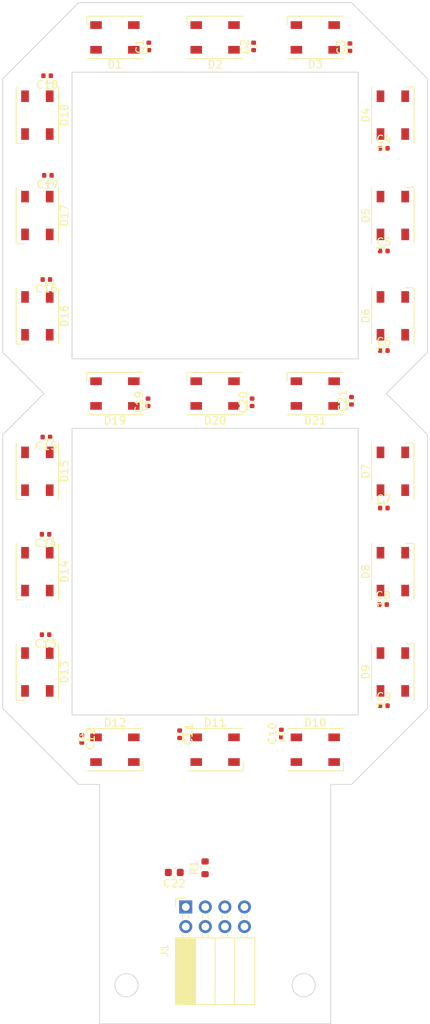
<source format=kicad_pcb>
(kicad_pcb (version 20211014) (generator pcbnew)
  (layers (0 "F.Cu" signal) (31 "B.Cu" signal) (34 "B.Paste" user) (35 "F.Paste" user) (36 "B.SilkS" user "B.Silkscreen") (37 "F.SilkS" user "F.Silkscreen") (38 "B.Mask" user) (39 "F.Mask" user) (44 "Edge.Cuts" user))
  (net 0 "")
  (net 1 "Net-(D1-Pad2)")
  (net 2 "Net-(D19-Pad2)")
  (net 3 "Net-(D2-Pad2)")
  (net 4 "Net-(D20-Pad2)")
  (net 5 "Net-(D3-Pad2)")
  (net 6 "Net-(D4-Pad2)")
  (net 7 "Net-(D5-Pad2)")
  (net 8 "Net-(D6-Pad2)")
  (net 9 "Net-(D10-Pad4)")
  (net 10 "Net-(D10-Pad2)")
  (net 11 "Net-(D11-Pad2)")
  (net 12 "Net-(D12-Pad2)")
  (net 13 "Net-(D13-Pad2)")
  (net 14 "Net-(D14-Pad2)")
  (net 15 "Net-(D15-Pad2)")
  (net 16 "Net-(D16-Pad2)")
  (net 17 "Net-(D17-Pad2)")
  (net 18 "Net-(D18-Pad2)")
  (net 19 "Net-(J1-Pad3)")
  (net 20 "Net-(C22-Pad2)")
  (net 21 "Net-(C22-Pad1)")
  (net 22 "Net-(D1-Pad4)")
  (net 23 "Net-(D7-Pad2)")
  (net 24 "Net-(D8-Pad2)")
  (net 25 "Net-(J1-Pad5)")
  (footprint "LED_SMD:LED_WS2812B_PLCC4_5.0x5.0mm_P3.2mm" (layer "F.Cu") (at -23.065685 -23.065686 -90)
    (fp_text reference "D17" (at 0 -3.5 90) (layer "F.SilkS"))
    (fp_text value "WS2812E")
    (fp_text user "1" (at -4.15 -1.6 90) (layer "F.SilkS"))
    (fp_line (start -3.65 -2.75) (end 3.65 -2.75) (layer "F.SilkS") (width 0.12))
    (fp_line (start 3.65 2.75) (end 3.65 1.6) (layer "F.SilkS") (width 0.12))
    (fp_line (start -3.65 2.75) (end 3.65 2.75) (layer "F.SilkS") (width 0.12))
    (pad "1" smd rect locked (at -2.45 -1.6 270) (size 1.5 1) (layers "F.Cu" "F.Paste" "F.Mask") (net 21 "Net-(C22-Pad1)"))
    (pad "2" smd rect locked (at -2.45 1.6 270) (size 1.5 1) (layers "F.Cu" "F.Paste" "F.Mask") (net 17 "Net-(D17-Pad2)"))
    (pad "3" smd rect locked (at 2.45 1.6 270) (size 1.5 1) (layers "F.Cu" "F.Paste" "F.Mask") (net 20 "Net-(C22-Pad2)"))
    (pad "4" smd rect locked (at 2.45 -1.6 270) (size 1.5 1) (layers "F.Cu" "F.Paste" "F.Mask") (net 16 "Net-(D16-Pad2)"))
  )
  (footprint "LED_SMD:LED_WS2812B_PLCC4_5.0x5.0mm_P3.2mm" (layer "F.Cu") (at 23.065685 23.065685 90)
    (fp_text reference "D8" (at 0 -3.5 90) (layer "F.SilkS"))
    (fp_text value "WS2812E")
    (fp_text user "1" (at -4.15 -1.6 90) (layer "F.SilkS"))
    (fp_line (start 3.65 2.75) (end 3.65 1.6) (layer "F.SilkS") (width 0.12))
    (fp_line (start -3.65 2.75) (end 3.65 2.75) (layer "F.SilkS") (width 0.12))
    (fp_line (start -3.65 -2.75) (end 3.65 -2.75) (layer "F.SilkS") (width 0.12))
    (pad "1" smd rect locked (at -2.45 -1.6 90) (size 1.5 1) (layers "F.Cu" "F.Paste" "F.Mask") (net 21 "Net-(C22-Pad1)"))
    (pad "2" smd rect locked (at -2.45 1.6 90) (size 1.5 1) (layers "F.Cu" "F.Paste" "F.Mask") (net 24 "Net-(D8-Pad2)"))
    (pad "3" smd rect locked (at 2.45 1.6 90) (size 1.5 1) (layers "F.Cu" "F.Paste" "F.Mask") (net 20 "Net-(C22-Pad2)"))
    (pad "4" smd rect locked (at 2.45 -1.6 90) (size 1.5 1) (layers "F.Cu" "F.Paste" "F.Mask") (net 23 "Net-(D7-Pad2)"))
  )
  (footprint "LED_SMD:LED_WS2812B_PLCC4_5.0x5.0mm_P3.2mm" (layer "F.Cu") (at 13 -46.131371 180)
    (fp_text reference "D3" (at 0 -3.5) (layer "F.SilkS"))
    (fp_text value "WS2812E")
    (fp_text user "1" (at -4.15 -1.6) (layer "F.SilkS"))
    (fp_line (start -3.65 -2.75) (end 3.65 -2.75) (layer "F.SilkS") (width 0.12))
    (fp_line (start -3.65 2.75) (end 3.65 2.75) (layer "F.SilkS") (width 0.12))
    (fp_line (start 3.65 2.75) (end 3.65 1.6) (layer "F.SilkS") (width 0.12))
    (pad "1" smd rect locked (at -2.45 -1.6 180) (size 1.5 1) (layers "F.Cu" "F.Paste" "F.Mask") (net 21 "Net-(C22-Pad1)"))
    (pad "2" smd rect locked (at -2.45 1.6 180) (size 1.5 1) (layers "F.Cu" "F.Paste" "F.Mask") (net 5 "Net-(D3-Pad2)"))
    (pad "3" smd rect locked (at 2.45 1.6 180) (size 1.5 1) (layers "F.Cu" "F.Paste" "F.Mask") (net 20 "Net-(C22-Pad2)"))
    (pad "4" smd rect locked (at 2.45 -1.6 180) (size 1.5 1) (layers "F.Cu" "F.Paste" "F.Mask") (net 3 "Net-(D2-Pad2)"))
  )
  (footprint "Capacitor_SMD:C_0402_1005Metric" (layer "F.Cu") (at -8.7 1.131371 90)
    (fp_text reference "C19" (at 0 -1.16 90) (layer "F.SilkS"))
    (fp_text value "100nF")
    (fp_line (start -0.107836 0.36) (end 0.107836 0.36) (layer "F.SilkS") (width 0.12))
    (fp_line (start -0.107836 -0.36) (end 0.107836 -0.36) (layer "F.SilkS") (width 0.12))
    (pad "1" smd roundrect locked (at -0.48 0 90) (size 0.56 0.62) (layers "F.Cu" "F.Paste" "F.Mask") (net 21 "Net-(C22-Pad1)"))
    (pad "2" smd roundrect locked (at 0.48 0 90) (size 0.56 0.62) (layers "F.Cu" "F.Paste" "F.Mask") (net 20 "Net-(C22-Pad2)"))
  )
  (footprint "Capacitor_SMD:C_0402_1005Metric" (layer "F.Cu") (at 5 -44.968629 90)
    (fp_text reference "C2" (at 0 -1.16 90) (layer "F.SilkS"))
    (fp_text value "100nF")
    (fp_line (start -0.107836 0.36) (end 0.107836 0.36) (layer "F.SilkS") (width 0.12))
    (fp_line (start -0.107836 -0.36) (end 0.107836 -0.36) (layer "F.SilkS") (width 0.12))
    (pad "1" smd roundrect locked (at -0.48 0 90) (size 0.56 0.62) (layers "F.Cu" "F.Paste" "F.Mask") (net 21 "Net-(C22-Pad1)"))
    (pad "2" smd roundrect locked (at 0.48 0 90) (size 0.56 0.62) (layers "F.Cu" "F.Paste" "F.Mask") (net 20 "Net-(C22-Pad2)"))
  )
  (footprint "Capacitor_SMD:C_0402_1005Metric" (layer "F.Cu") (at -21.8 -41.168629 180)
    (fp_text reference "C18" (at 0 -1.16) (layer "F.SilkS"))
    (fp_text value "100nF")
    (fp_line (start -0.107836 0.36) (end 0.107836 0.36) (layer "F.SilkS") (width 0.12))
    (fp_line (start -0.107836 -0.36) (end 0.107836 -0.36) (layer "F.SilkS") (width 0.12))
    (pad "1" smd roundrect locked (at -0.48 0 180) (size 0.56 0.62) (layers "F.Cu" "F.Paste" "F.Mask") (net 21 "Net-(C22-Pad1)"))
    (pad "2" smd roundrect locked (at 0.48 0 180) (size 0.56 0.62) (layers "F.Cu" "F.Paste" "F.Mask") (net 20 "Net-(C22-Pad2)"))
  )
  (footprint "LED_SMD:LED_WS2812B_PLCC4_5.0x5.0mm_P3.2mm" (layer "F.Cu") (at -13 -46.131371 180)
    (fp_text reference "D1" (at 0 -3.5) (layer "F.SilkS"))
    (fp_text value "WS2812E")
    (fp_text user "1" (at -4.15 -1.6) (layer "F.SilkS"))
    (fp_line (start -3.65 -2.75) (end 3.65 -2.75) (layer "F.SilkS") (width 0.12))
    (fp_line (start 3.65 2.75) (end 3.65 1.6) (layer "F.SilkS") (width 0.12))
    (fp_line (start -3.65 2.75) (end 3.65 2.75) (layer "F.SilkS") (width 0.12))
    (pad "1" smd rect locked (at -2.45 -1.6 180) (size 1.5 1) (layers "F.Cu" "F.Paste" "F.Mask") (net 21 "Net-(C22-Pad1)"))
    (pad "2" smd rect locked (at -2.45 1.6 180) (size 1.5 1) (layers "F.Cu" "F.Paste" "F.Mask") (net 1 "Net-(D1-Pad2)"))
    (pad "3" smd rect locked (at 2.45 1.6 180) (size 1.5 1) (layers "F.Cu" "F.Paste" "F.Mask") (net 20 "Net-(C22-Pad2)"))
    (pad "4" smd rect locked (at 2.45 -1.6 180) (size 1.5 1) (layers "F.Cu" "F.Paste" "F.Mask") (net 22 "Net-(D1-Pad4)"))
  )
  (footprint "LED_SMD:LED_WS2812B_PLCC4_5.0x5.0mm_P3.2mm" (layer "F.Cu") (at -23.065685 -10.065686 -90)
    (fp_text reference "D16" (at 0 -3.5 90) (layer "F.SilkS"))
    (fp_text value "WS2812E")
    (fp_text user "1" (at -4.15 -1.6 90) (layer "F.SilkS"))
    (fp_line (start -3.65 2.75) (end 3.65 2.75) (layer "F.SilkS") (width 0.12))
    (fp_line (start 3.65 2.75) (end 3.65 1.6) (layer "F.SilkS") (width 0.12))
    (fp_line (start -3.65 -2.75) (end 3.65 -2.75) (layer "F.SilkS") (width 0.12))
    (pad "1" smd rect locked (at -2.45 -1.6 270) (size 1.5 1) (layers "F.Cu" "F.Paste" "F.Mask") (net 21 "Net-(C22-Pad1)"))
    (pad "2" smd rect locked (at -2.45 1.6 270) (size 1.5 1) (layers "F.Cu" "F.Paste" "F.Mask") (net 16 "Net-(D16-Pad2)"))
    (pad "3" smd rect locked (at 2.45 1.6 270) (size 1.5 1) (layers "F.Cu" "F.Paste" "F.Mask") (net 20 "Net-(C22-Pad2)"))
    (pad "4" smd rect locked (at 2.45 -1.6 270) (size 1.5 1) (layers "F.Cu" "F.Paste" "F.Mask") (net 15 "Net-(D15-Pad2)"))
  )
  (footprint "LED_SMD:LED_WS2812B_PLCC4_5.0x5.0mm_P3.2mm" (layer "F.Cu") (at 13 46.131371)
    (fp_text reference "D10" (at 0 -3.5) (layer "F.SilkS"))
    (fp_text value "WS2812E")
    (fp_text user "1" (at -4.15 -1.6) (layer "F.SilkS"))
    (fp_line (start -3.65 -2.75) (end 3.65 -2.75) (layer "F.SilkS") (width 0.12))
    (fp_line (start -3.65 2.75) (end 3.65 2.75) (layer "F.SilkS") (width 0.12))
    (fp_line (start 3.65 2.75) (end 3.65 1.6) (layer "F.SilkS") (width 0.12))
    (pad "1" smd rect locked (at -2.45 -1.6) (size 1.5 1) (layers "F.Cu" "F.Paste" "F.Mask") (net 21 "Net-(C22-Pad1)"))
    (pad "2" smd rect locked (at -2.45 1.6) (size 1.5 1) (layers "F.Cu" "F.Paste" "F.Mask") (net 10 "Net-(D10-Pad2)"))
    (pad "3" smd rect locked (at 2.45 1.6) (size 1.5 1) (layers "F.Cu" "F.Paste" "F.Mask") (net 20 "Net-(C22-Pad2)"))
    (pad "4" smd rect locked (at 2.45 -1.6) (size 1.5 1) (layers "F.Cu" "F.Paste" "F.Mask") (net 9 "Net-(D10-Pad4)"))
  )
  (footprint "Capacitor_SMD:C_0402_1005Metric" (layer "F.Cu") (at -17.3 44.731371 -90)
    (fp_text reference "C12" (at 0 -1.16 90) (layer "F.SilkS"))
    (fp_text value "100nF")
    (fp_line (start -0.107836 0.36) (end 0.107836 0.36) (layer "F.SilkS") (width 0.12))
    (fp_line (start -0.107836 -0.36) (end 0.107836 -0.36) (layer "F.SilkS") (width 0.12))
    (pad "1" smd roundrect locked (at -0.48 0 270) (size 0.56 0.62) (layers "F.Cu" "F.Paste" "F.Mask") (net 21 "Net-(C22-Pad1)"))
    (pad "2" smd roundrect locked (at 0.48 0 270) (size 0.56 0.62) (layers "F.Cu" "F.Paste" "F.Mask") (net 20 "Net-(C22-Pad2)"))
  )
  (footprint "Capacitor_SMD:C_0402_1005Metric" (layer "F.Cu") (at 17.5 -44.868629 90)
    (fp_text reference "C3" (at 0 -1.16 90) (layer "F.SilkS"))
    (fp_text value "100nF")
    (fp_line (start -0.107836 -0.36) (end 0.107836 -0.36) (layer "F.SilkS") (width 0.12))
    (fp_line (start -0.107836 0.36) (end 0.107836 0.36) (layer "F.SilkS") (width 0.12))
    (pad "1" smd roundrect locked (at -0.48 0 90) (size 0.56 0.62) (layers "F.Cu" "F.Paste" "F.Mask") (net 21 "Net-(C22-Pad1)"))
    (pad "2" smd roundrect locked (at 0.48 0 90) (size 0.56 0.62) (layers "F.Cu" "F.Paste" "F.Mask") (net 20 "Net-(C22-Pad2)"))
  )
  (footprint "Capacitor_SMD:C_0402_1005Metric" (layer "F.Cu") (at -8.6 -44.968629 90)
    (fp_text reference "C1" (at 0 -1.16 90) (layer "F.SilkS"))
    (fp_text value "100nF")
    (fp_line (start -0.107836 -0.36) (end 0.107836 -0.36) (layer "F.SilkS") (width 0.12))
    (fp_line (start -0.107836 0.36) (end 0.107836 0.36) (layer "F.SilkS") (width 0.12))
    (pad "1" smd roundrect locked (at -0.48 0 90) (size 0.56 0.62) (layers "F.Cu" "F.Paste" "F.Mask") (net 21 "Net-(C22-Pad1)"))
    (pad "2" smd roundrect locked (at 0.48 0 90) (size 0.56 0.62) (layers "F.Cu" "F.Paste" "F.Mask") (net 20 "Net-(C22-Pad2)"))
  )
  (footprint "Capacitor_SMD:C_0402_1005Metric" (layer "F.Cu") (at -21.9 5.631371 180)
    (fp_text reference "C15" (at 0 -1.16) (layer "F.SilkS"))
    (fp_text value "100nF")
    (fp_line (start -0.107836 -0.36) (end 0.107836 -0.36) (layer "F.SilkS") (width 0.12))
    (fp_line (start -0.107836 0.36) (end 0.107836 0.36) (layer "F.SilkS") (width 0.12))
    (pad "1" smd roundrect locked (at -0.48 0 180) (size 0.56 0.62) (layers "F.Cu" "F.Paste" "F.Mask") (net 21 "Net-(C22-Pad1)"))
    (pad "2" smd roundrect locked (at 0.48 0 180) (size 0.56 0.62) (layers "F.Cu" "F.Paste" "F.Mask") (net 20 "Net-(C22-Pad2)"))
  )
  (footprint "LED_SMD:LED_WS2812B_PLCC4_5.0x5.0mm_P3.2mm" (layer "F.Cu") (at 0 -46.131371 180)
    (fp_text reference "D2" (at 0 -3.5) (layer "F.SilkS"))
    (fp_text value "WS2812E")
    (fp_text user "1" (at -4.15 -1.6) (layer "F.SilkS"))
    (fp_line (start -3.65 2.75) (end 3.65 2.75) (layer "F.SilkS") (width 0.12))
    (fp_line (start -3.65 -2.75) (end 3.65 -2.75) (layer "F.SilkS") (width 0.12))
    (fp_line (start 3.65 2.75) (end 3.65 1.6) (layer "F.SilkS") (width 0.12))
    (pad "1" smd rect locked (at -2.45 -1.6 180) (size 1.5 1) (layers "F.Cu" "F.Paste" "F.Mask") (net 21 "Net-(C22-Pad1)"))
    (pad "2" smd rect locked (at -2.45 1.6 180) (size 1.5 1) (layers "F.Cu" "F.Paste" "F.Mask") (net 3 "Net-(D2-Pad2)"))
    (pad "3" smd rect locked (at 2.45 1.6 180) (size 1.5 1) (layers "F.Cu" "F.Paste" "F.Mask") (net 20 "Net-(C22-Pad2)"))
    (pad "4" smd rect locked (at 2.45 -1.6 180) (size 1.5 1) (layers "F.Cu" "F.Paste" "F.Mask") (net 1 "Net-(D1-Pad2)"))
  )
  (footprint "LED_SMD:LED_WS2812B_PLCC4_5.0x5.0mm_P3.2mm" (layer "F.Cu") (at -13 46.131371)
    (fp_text reference "D12" (at 0 -3.5) (layer "F.SilkS"))
    (fp_text value "WS2812E")
    (fp_text user "1" (at -4.15 -1.6) (layer "F.SilkS"))
    (fp_line (start 3.65 2.75) (end 3.65 1.6) (layer "F.SilkS") (width 0.12))
    (fp_line (start -3.65 2.75) (end 3.65 2.75) (layer "F.SilkS") (width 0.12))
    (fp_line (start -3.65 -2.75) (end 3.65 -2.75) (layer "F.SilkS") (width 0.12))
    (pad "1" smd rect locked (at -2.45 -1.6) (size 1.5 1) (layers "F.Cu" "F.Paste" "F.Mask") (net 21 "Net-(C22-Pad1)"))
    (pad "2" smd rect locked (at -2.45 1.6) (size 1.5 1) (layers "F.Cu" "F.Paste" "F.Mask") (net 12 "Net-(D12-Pad2)"))
    (pad "3" smd rect locked (at 2.45 1.6) (size 1.5 1) (layers "F.Cu" "F.Paste" "F.Mask") (net 20 "Net-(C22-Pad2)"))
    (pad "4" smd rect locked (at 2.45 -1.6) (size 1.5 1) (layers "F.Cu" "F.Paste" "F.Mask") (net 11 "Net-(D11-Pad2)"))
  )
  (footprint "Capacitor_SMD:C_0402_1005Metric" (layer "F.Cu") (at 17.7 0.931371 90)
    (fp_text reference "C21" (at 0 -1.16 90) (layer "F.SilkS"))
    (fp_text value "100nF")
    (fp_line (start -0.107836 0.36) (end 0.107836 0.36) (layer "F.SilkS") (width 0.12))
    (fp_line (start -0.107836 -0.36) (end 0.107836 -0.36) (layer "F.SilkS") (width 0.12))
    (pad "1" smd roundrect locked (at -0.48 0 90) (size 0.56 0.62) (layers "F.Cu" "F.Paste" "F.Mask") (net 21 "Net-(C22-Pad1)"))
    (pad "2" smd roundrect locked (at 0.48 0 90) (size 0.56 0.62) (layers "F.Cu" "F.Paste" "F.Mask") (net 20 "Net-(C22-Pad2)"))
  )
  (footprint "LED_SMD:LED_WS2812B_PLCC4_5.0x5.0mm_P3.2mm" (layer "F.Cu") (at -23.065685 -36.065686 -90)
    (fp_text reference "D18" (at 0 -3.5 90) (layer "F.SilkS"))
    (fp_text value "WS2812E")
    (fp_text user "1" (at -4.15 -1.6 90) (layer "F.SilkS"))
    (fp_line (start -3.65 -2.75) (end 3.65 -2.75) (layer "F.SilkS") (width 0.12))
    (fp_line (start 3.65 2.75) (end 3.65 1.6) (layer "F.SilkS") (width 0.12))
    (fp_line (start -3.65 2.75) (end 3.65 2.75) (layer "F.SilkS") (width 0.12))
    (pad "1" smd rect locked (at -2.45 -1.6 270) (size 1.5 1) (layers "F.Cu" "F.Paste" "F.Mask") (net 21 "Net-(C22-Pad1)"))
    (pad "2" smd rect locked (at -2.45 1.6 270) (size 1.5 1) (layers "F.Cu" "F.Paste" "F.Mask") (net 18 "Net-(D18-Pad2)"))
    (pad "3" smd rect locked (at 2.45 1.6 270) (size 1.5 1) (layers "F.Cu" "F.Paste" "F.Mask") (net 20 "Net-(C22-Pad2)"))
    (pad "4" smd rect locked (at 2.45 -1.6 270) (size 1.5 1) (layers "F.Cu" "F.Paste" "F.Mask") (net 17 "Net-(D17-Pad2)"))
  )
  (footprint "Capacitor_SMD:C_0402_1005Metric" (layer "F.Cu") (at 21.9 -18.468629)
    (fp_text reference "C5" (at 0 -1.16) (layer "F.SilkS"))
    (fp_text value "100nF")
    (fp_line (start -0.107836 -0.36) (end 0.107836 -0.36) (layer "F.SilkS") (width 0.12))
    (fp_line (start -0.107836 0.36) (end 0.107836 0.36) (layer "F.SilkS") (width 0.12))
    (pad "1" smd roundrect locked (at -0.48 0) (size 0.56 0.62) (layers "F.Cu" "F.Paste" "F.Mask") (net 21 "Net-(C22-Pad1)"))
    (pad "2" smd roundrect locked (at 0.48 0) (size 0.56 0.62) (layers "F.Cu" "F.Paste" "F.Mask") (net 20 "Net-(C22-Pad2)"))
  )
  (footprint "Capacitor_SMD:C_0402_1005Metric" (layer "F.Cu") (at -21.9 -14.768629 180)
    (fp_text reference "C16" (at 0 -1.16) (layer "F.SilkS"))
    (fp_text value "100nF")
    (fp_line (start -0.107836 -0.36) (end 0.107836 -0.36) (layer "F.SilkS") (width 0.12))
    (fp_line (start -0.107836 0.36) (end 0.107836 0.36) (layer "F.SilkS") (width 0.12))
    (pad "1" smd roundrect locked (at -0.48 0 180) (size 0.56 0.62) (layers "F.Cu" "F.Paste" "F.Mask") (net 21 "Net-(C22-Pad1)"))
    (pad "2" smd roundrect locked (at 0.48 0 180) (size 0.56 0.62) (layers "F.Cu" "F.Paste" "F.Mask") (net 20 "Net-(C22-Pad2)"))
  )
  (footprint "Capacitor_SMD:C_0402_1005Metric" (layer "F.Cu") (at -22 31.231371 180)
    (fp_text reference "C13" (at 0 -1.16) (layer "F.SilkS"))
    (fp_text value "100nF")
    (fp_line (start -0.107836 0.36) (end 0.107836 0.36) (layer "F.SilkS") (width 0.12))
    (fp_line (start -0.107836 -0.36) (end 0.107836 -0.36) (layer "F.SilkS") (width 0.12))
    (pad "1" smd roundrect locked (at -0.48 0 180) (size 0.56 0.62) (layers "F.Cu" "F.Paste" "F.Mask") (net 21 "Net-(C22-Pad1)"))
    (pad "2" smd roundrect locked (at 0.48 0 180) (size 0.56 0.62) (layers "F.Cu" "F.Paste" "F.Mask") (net 20 "Net-(C22-Pad2)"))
  )
  (footprint "Capacitor_SMD:C_0402_1005Metric" (layer "F.Cu") (at 21.9 14.831371)
    (fp_text reference "C7" (at 0 -1.16) (layer "F.SilkS"))
    (fp_text value "100nF")
    (fp_line (start -0.107836 0.36) (end 0.107836 0.36) (layer "F.SilkS") (width 0.12))
    (fp_line (start -0.107836 -0.36) (end 0.107836 -0.36) (layer "F.SilkS") (width 0.12))
    (pad "1" smd roundrect locked (at -0.48 0) (size 0.56 0.62) (layers "F.Cu" "F.Paste" "F.Mask") (net 21 "Net-(C22-Pad1)"))
    (pad "2" smd roundrect locked (at 0.48 0) (size 0.56 0.62) (layers "F.Cu" "F.Paste" "F.Mask") (net 20 "Net-(C22-Pad2)"))
  )
  (footprint "LED_SMD:LED_WS2812B_PLCC4_5.0x5.0mm_P3.2mm" (layer "F.Cu") (at -23.065685 10.065686 -90)
    (fp_text reference "D15" (at 0 -3.5 90) (layer "F.SilkS"))
    (fp_text value "WS2812E")
    (fp_text user "1" (at -4.15 -1.6 90) (layer "F.SilkS"))
    (fp_line (start -3.65 -2.75) (end 3.65 -2.75) (layer "F.SilkS") (width 0.12))
    (fp_line (start 3.65 2.75) (end 3.65 1.6) (layer "F.SilkS") (width 0.12))
    (fp_line (start -3.65 2.75) (end 3.65 2.75) (layer "F.SilkS") (width 0.12))
    (pad "1" smd rect locked (at -2.45 -1.6 270) (size 1.5 1) (layers "F.Cu" "F.Paste" "F.Mask") (net 21 "Net-(C22-Pad1)"))
    (pad "2" smd rect locked (at -2.45 1.6 270) (size 1.5 1) (layers "F.Cu" "F.Paste" "F.Mask") (net 15 "Net-(D15-Pad2)"))
    (pad "3" smd rect locked (at 2.45 1.6 270) (size 1.5 1) (layers "F.Cu" "F.Paste" "F.Mask") (net 20 "Net-(C22-Pad2)"))
    (pad "4" smd rect locked (at 2.45 -1.6 270) (size 1.5 1) (layers "F.Cu" "F.Paste" "F.Mask") (net 14 "Net-(D14-Pad2)"))
  )
  (footprint "LED_SMD:LED_WS2812B_PLCC4_5.0x5.0mm_P3.2mm" (layer "F.Cu") (at 13 0 180)
    (fp_text reference "D21" (at 0 -3.5) (layer "F.SilkS"))
    (fp_text value "WS2812E")
    (fp_text user "1" (at -4.15 -1.6) (layer "F.SilkS"))
    (fp_line (start -3.65 2.75) (end 3.65 2.75) (layer "F.SilkS") (width 0.12))
    (fp_line (start -3.65 -2.75) (end 3.65 -2.75) (layer "F.SilkS") (width 0.12))
    (fp_line (start 3.65 2.75) (end 3.65 1.6) (layer "F.SilkS") (width 0.12))
    (pad "1" smd rect locked (at -2.45 -1.6 180) (size 1.5 1) (layers "F.Cu" "F.Paste" "F.Mask") (net 21 "Net-(C22-Pad1)"))
    (pad "2" smd rect locked (at -2.45 1.6 180) (size 1.5 1) (layers "F.Cu" "F.Paste" "F.Mask") (net 25 "Net-(J1-Pad5)"))
    (pad "3" smd rect locked (at 2.45 1.6 180) (size 1.5 1) (layers "F.Cu" "F.Paste" "F.Mask") (net 20 "Net-(C22-Pad2)"))
    (pad "4" smd rect locked (at 2.45 -1.6 180) (size 1.5 1) (layers "F.Cu" "F.Paste" "F.Mask") (net 4 "Net-(D20-Pad2)"))
  )
  (footprint "Capacitor_SMD:C_0402_1005Metric" (layer "F.Cu") (at -4.6 44.131371 -90)
    (fp_text reference "C11" (at 0 -1.16 90) (layer "F.SilkS"))
    (fp_text value "100nF")
    (fp_line (start -0.107836 0.36) (end 0.107836 0.36) (layer "F.SilkS") (width 0.12))
    (fp_line (start -0.107836 -0.36) (end 0.107836 -0.36) (layer "F.SilkS") (width 0.12))
    (pad "1" smd roundrect locked (at -0.48 0 270) (size 0.56 0.62) (layers "F.Cu" "F.Paste" "F.Mask") (net 21 "Net-(C22-Pad1)"))
    (pad "2" smd roundrect locked (at 0.48 0 270) (size 0.56 0.62) (layers "F.Cu" "F.Paste" "F.Mask") (net 20 "Net-(C22-Pad2)"))
  )
  (footprint "Capacitor_SMD:C_0402_1005Metric" (layer "F.Cu") (at 21.9 40.431371)
    (fp_text reference "C9" (at 0 -1.16) (layer "F.SilkS"))
    (fp_text value "100nF")
    (fp_line (start -0.107836 0.36) (end 0.107836 0.36) (layer "F.SilkS") (width 0.12))
    (fp_line (start -0.107836 -0.36) (end 0.107836 -0.36) (layer "F.SilkS") (width 0.12))
    (pad "1" smd roundrect locked (at -0.48 0) (size 0.56 0.62) (layers "F.Cu" "F.Paste" "F.Mask") (net 21 "Net-(C22-Pad1)"))
    (pad "2" smd roundrect locked (at 0.48 0) (size 0.56 0.62) (layers "F.Cu" "F.Paste" "F.Mask") (net 20 "Net-(C22-Pad2)"))
  )
  (footprint "Capacitor_SMD:C_0402_1005Metric" (layer "F.Cu") (at -22 18.231371 180)
    (fp_text reference "C14" (at 0 -1.16) (layer "F.SilkS"))
    (fp_text value "100nF")
    (fp_line (start -0.107836 0.36) (end 0.107836 0.36) (layer "F.SilkS") (width 0.12))
    (fp_line (start -0.107836 -0.36) (end 0.107836 -0.36) (layer "F.SilkS") (width 0.12))
    (pad "1" smd roundrect locked (at -0.48 0 180) (size 0.56 0.62) (layers "F.Cu" "F.Paste" "F.Mask") (net 21 "Net-(C22-Pad1)"))
    (pad "2" smd roundrect locked (at 0.48 0 180) (size 0.56 0.62) (layers "F.Cu" "F.Paste" "F.Mask") (net 20 "Net-(C22-Pad2)"))
  )
  (footprint "Capacitor_SMD:C_0402_1005Metric" (layer "F.Cu") (at -21.7 -28.268629 180)
    (fp_text reference "C17" (at 0 -1.16) (layer "F.SilkS"))
    (fp_text value "100nF")
    (fp_line (start -0.107836 -0.36) (end 0.107836 -0.36) (layer "F.SilkS") (width 0.12))
    (fp_line (start -0.107836 0.36) (end 0.107836 0.36) (layer "F.SilkS") (width 0.12))
    (pad "1" smd roundrect locked (at -0.48 0 180) (size 0.56 0.62) (layers "F.Cu" "F.Paste" "F.Mask") (net 21 "Net-(C22-Pad1)"))
    (pad "2" smd roundrect locked (at 0.48 0 180) (size 0.56 0.62) (layers "F.Cu" "F.Paste" "F.Mask") (net 20 "Net-(C22-Pad2)"))
  )
  (footprint "LED_SMD:LED_WS2812B_PLCC4_5.0x5.0mm_P3.2mm" (layer "F.Cu") (at 0 0 180)
    (fp_text reference "D20" (at 0 -3.5) (layer "F.SilkS"))
    (fp_text value "WS2812E")
    (fp_text user "1" (at -4.15 -1.6) (layer "F.SilkS"))
    (fp_line (start -3.65 -2.75) (end 3.65 -2.75) (layer "F.SilkS") (width 0.12))
    (fp_line (start 3.65 2.75) (end 3.65 1.6) (layer "F.SilkS") (width 0.12))
    (fp_line (start -3.65 2.75) (end 3.65 2.75) (layer "F.SilkS") (width 0.12))
    (pad "1" smd rect locked (at -2.45 -1.6 180) (size 1.5 1) (layers "F.Cu" "F.Paste" "F.Mask") (net 21 "Net-(C22-Pad1)"))
    (pad "2" smd rect locked (at -2.45 1.6 180) (size 1.5 1) (layers "F.Cu" "F.Paste" "F.Mask") (net 4 "Net-(D20-Pad2)"))
    (pad "3" smd rect locked (at 2.45 1.6 180) (size 1.5 1) (layers "F.Cu" "F.Paste" "F.Mask") (net 20 "Net-(C22-Pad2)"))
    (pad "4" smd rect locked (at 2.45 -1.6 180) (size 1.5 1) (layers "F.Cu" "F.Paste" "F.Mask") (net 2 "Net-(D19-Pad2)"))
  )
  (footprint "Capacitor_SMD:C_0402_1005Metric" (layer "F.Cu") (at 8.6 44.031371 90)
    (fp_text reference "C10" (at 0 -1.16 90) (layer "F.SilkS"))
    (fp_text value "100nF")
    (fp_line (start -0.107836 -0.36) (end 0.107836 -0.36) (layer "F.SilkS") (width 0.12))
    (fp_line (start -0.107836 0.36) (end 0.107836 0.36) (layer "F.SilkS") (width 0.12))
    (pad "1" smd roundrect locked (at -0.48 0 90) (size 0.56 0.62) (layers "F.Cu" "F.Paste" "F.Mask") (net 21 "Net-(C22-Pad1)"))
    (pad "2" smd roundrect locked (at 0.48 0 90) (size 0.56 0.62) (layers "F.Cu" "F.Paste" "F.Mask") (net 20 "Net-(C22-Pad2)"))
  )
  (footprint "Capacitor_SMD:C_0402_1005Metric" (layer "F.Cu") (at 21.9 -31.768629)
    (fp_text reference "C4" (at 0 -1.16) (layer "F.SilkS"))
    (fp_text value "100nF")
    (fp_line (start -0.107836 -0.36) (end 0.107836 -0.36) (layer "F.SilkS") (width 0.12))
    (fp_line (start -0.107836 0.36) (end 0.107836 0.36) (layer "F.SilkS") (width 0.12))
    (pad "1" smd roundrect locked (at -0.48 0) (size 0.56 0.62) (layers "F.Cu" "F.Paste" "F.Mask") (net 21 "Net-(C22-Pad1)"))
    (pad "2" smd roundrect locked (at 0.48 0) (size 0.56 0.62) (layers "F.Cu" "F.Paste" "F.Mask") (net 20 "Net-(C22-Pad2)"))
  )
  (footprint "LED_SMD:LED_WS2812B_PLCC4_5.0x5.0mm_P3.2mm" (layer "F.Cu") (at 23.065685 36.065685 90)
    (fp_text reference "D9" (at 0 -3.5 90) (layer "F.SilkS"))
    (fp_text value "WS2812E")
    (fp_text user "1" (at -4.15 -1.6 90) (layer "F.SilkS"))
    (fp_line (start -3.65 2.75) (end 3.65 2.75) (layer "F.SilkS") (width 0.12))
    (fp_line (start -3.65 -2.75) (end 3.65 -2.75) (layer "F.SilkS") (width 0.12))
    (fp_line (start 3.65 2.75) (end 3.65 1.6) (layer "F.SilkS") (width 0.12))
    (pad "1" smd rect locked (at -2.45 -1.6 90) (size 1.5 1) (layers "F.Cu" "F.Paste" "F.Mask") (net 21 "Net-(C22-Pad1)"))
    (pad "2" smd rect locked (at -2.45 1.6 90) (size 1.5 1) (layers "F.Cu" "F.Paste" "F.Mask") (net 9 "Net-(D10-Pad4)"))
    (pad "3" smd rect locked (at 2.45 1.6 90) (size 1.5 1) (layers "F.Cu" "F.Paste" "F.Mask") (net 20 "Net-(C22-Pad2)"))
    (pad "4" smd rect locked (at 2.45 -1.6 90) (size 1.5 1) (layers "F.Cu" "F.Paste" "F.Mask") (net 24 "Net-(D8-Pad2)"))
  )
  (footprint "LED_SMD:LED_WS2812B_PLCC4_5.0x5.0mm_P3.2mm" (layer "F.Cu") (at -13 0 180)
    (fp_text reference "D19" (at 0 -3.5) (layer "F.SilkS"))
    (fp_text value "WS2812E")
    (fp_text user "1" (at -4.15 -1.6) (layer "F.SilkS"))
    (fp_line (start -3.65 2.75) (end 3.65 2.75) (layer "F.SilkS") (width 0.12))
    (fp_line (start -3.65 -2.75) (end 3.65 -2.75) (layer "F.SilkS") (width 0.12))
    (fp_line (start 3.65 2.75) (end 3.65 1.6) (layer "F.SilkS") (width 0.12))
    (pad "1" smd rect locked (at -2.45 -1.6 180) (size 1.5 1) (layers "F.Cu" "F.Paste" "F.Mask") (net 21 "Net-(C22-Pad1)"))
    (pad "2" smd rect locked (at -2.45 1.6 180) (size 1.5 1) (layers "F.Cu" "F.Paste" "F.Mask") (net 2 "Net-(D19-Pad2)"))
    (pad "3" smd rect locked (at 2.45 1.6 180) (size 1.5 1) (layers "F.Cu" "F.Paste" "F.Mask") (net 20 "Net-(C22-Pad2)"))
    (pad "4" smd rect locked (at 2.45 -1.6 180) (size 1.5 1) (layers "F.Cu" "F.Paste" "F.Mask") (net 18 "Net-(D18-Pad2)"))
  )
  (footprint "LED_SMD:LED_WS2812B_PLCC4_5.0x5.0mm_P3.2mm" (layer "F.Cu") (at 23.065685 -10.065686 90)
    (fp_text reference "D6" (at 0 -3.5 90) (layer "F.SilkS"))
    (fp_text value "WS2812E")
    (fp_text user "1" (at -4.15 -1.6 90) (layer "F.SilkS"))
    (fp_line (start 3.65 2.75) (end 3.65 1.6) (layer "F.SilkS") (width 0.12))
    (fp_line (start -3.65 2.75) (end 3.65 2.75) (layer "F.SilkS") (width 0.12))
    (fp_line (start -3.65 -2.75) (end 3.65 -2.75) (layer "F.SilkS") (width 0.12))
    (pad "1" smd rect locked (at -2.45 -1.6 90) (size 1.5 1) (layers "F.Cu" "F.Paste" "F.Mask") (net 21 "Net-(C22-Pad1)"))
    (pad "2" smd rect locked (at -2.45 1.6 90) (size 1.5 1) (layers "F.Cu" "F.Paste" "F.Mask") (net 8 "Net-(D6-Pad2)"))
    (pad "3" smd rect locked (at 2.45 1.6 90) (size 1.5 1) (layers "F.Cu" "F.Paste" "F.Mask") (net 20 "Net-(C22-Pad2)"))
    (pad "4" smd rect locked (at 2.45 -1.6 90) (size 1.5 1) (layers "F.Cu" "F.Paste" "F.Mask") (net 7 "Net-(D5-Pad2)"))
  )
  (footprint "Connector_PinSocket_2.54mm:PinSocket_2x04_P2.54mm_Horizontal" (layer "F.Cu") (at -3.81 66.501371 90)
    (fp_text reference "J1" (at -5.65 -2.77 90) (layer "F.SilkS"))
    (fp_text value "Conn_02x04_Odd_Even")
    (fp_line (start -12.63 1.033805) (end -4 1.033805) (layer "F.SilkS") (width 0.12))
    (fp_line (start -12.63 -0.855715) (end -4 -0.855715) (layer "F.SilkS") (width 0.12))
    (fp_line (start -12.63 -0.97381) (end -4 -0.97381) (layer "F.SilkS") (width 0.12))
    (fp_line (start -12.63 0.20714) (end -4 0.20714) (layer "F.SilkS") (width 0.12))
    (fp_line (start -4 0.36) (end -3.59 0.36) (layer "F.SilkS") (width 0.12))
    (fp_line (start -12.63 0.089045) (end -4 0.089045) (layer "F.SilkS") (width 0.12))
    (fp_line (start -12.63 -0.383335) (end -4 -0.383335) (layer "F.SilkS") (width 0.12))
    (fp_line (start -12.63 0.325235) (end -4 0.325235) (layer "F.SilkS") (width 0.12))
    (fp_line (start -1.49 0.36) (end -1.11 0.36) (layer "F.SilkS") (width 0.12))
    (fp_line (start -12.63 -0.619525) (end -4 -0.619525) (layer "F.SilkS") (width 0.12))
    (fp_line (start -4 7.98) (end -3.59 7.98) (layer "F.SilkS") (width 0.12))
    (fp_line (start -4 7.26) (end -3.59 7.26) (layer "F.SilkS") (width 0.12))
    (fp_line (start -12.63 0.67952) (end -4 0.67952) (layer "F.SilkS") (width 0.12))
    (fp_line (start 1.11 -1.33) (end 1.11 0) (layer "F.SilkS") (width 0.12))
    (fp_line (start -1.49 4.72) (end -1.05 4.72) (layer "F.SilkS") (width 0.12))
    (fp_line (start -12.63 0.561425) (end -4 0.561425) (layer "F.SilkS") (width 0.12))
    (fp_line (start -12.63 3.81) (end -4 3.81) (layer "F.SilkS") (width 0.12))
    (fp_line (start -12.63 -1.091905) (end -4 -1.091905) (layer "F.SilkS") (width 0.12))
    (fp_line (start -12.63 1.27) (end -4 1.27) (layer "F.SilkS") (width 0.12))
    (fp_line (start -4 5.44) (end -3.59 5.44) (layer "F.SilkS") (width 0.12))
    (fp_line (start -12.63 1.1519) (end -4 1.1519) (layer "F.SilkS") (width 0.12))
    (fp_line (start -1.49 7.98) (end -1.05 7.98) (layer "F.SilkS") (width 0.12))
    (fp_line (start -12.63 0.797615) (end -4 0.797615) (layer "F.SilkS") (width 0.12))
    (fp_line (start -4 4.72) (end -3.59 4.72) (layer "F.SilkS") (width 0.12))
    (fp_line (start -4 2.9) (end -3.59 2.9) (layer "F.SilkS") (width 0.12))
    (fp_line (start -1.49 5.44) (end -1.05 5.44) (layer "F.SilkS") (width 0.12))
    (fp_line (start -4 -0.36) (end -3.59 -0.36) (layer "F.SilkS") (width 0.12))
    (fp_line (start -12.63 -0.50143) (end -4 -0.50143) (layer "F.SilkS") (width 0.12))
    (fp_line (start -1.49 -0.36) (end -1.11 -0.36) (layer "F.SilkS") (width 0.12))
    (fp_line (start -12.63 -1.21) (end -4 -1.21) (layer "F.SilkS") (width 0.12))
    (fp_line (start -12.63 -1.33) (end -4 -1.33) (layer "F.SilkS") (width 0.12))
    (fp_line (start -4 -1.33) (end -4 8.95) (layer "F.SilkS") (width 0.12))
    (fp_line (start -12.63 -0.26524) (end -4 -0.26524) (layer "F.SilkS") (width 0.12))
    (fp_line (start -12.63 -0.147145) (end -4 -0.147145) (layer "F.SilkS") (width 0.12))
    (fp_line (start -12.63 -1.33) (end -12.63 8.95) (layer "F.SilkS") (width 0.12))
    (fp_line (start -4 2.18) (end -3.59 2.18) (layer "F.SilkS") (width 0.12))
    (fp_line (start -12.63 8.95) (end -4 8.95) (layer "F.SilkS") (width 0.12))
    (fp_line (start -12.63 6.35) (end -4 6.35) (layer "F.SilkS") (width 0.12))
    (fp_line (start -1.49 2.9) (end -1.05 2.9) (layer "F.SilkS") (width 0.12))
    (fp_line (start -1.49 2.18) (end -1.05 2.18) (layer "F.SilkS") (width 0.12))
    (fp_line (start -12.63 0.91571) (end -4 0.91571) (layer "F.SilkS") (width 0.12))
    (fp_line (start -12.63 -0.02905) (end -4 -0.02905) (layer "F.SilkS") (width 0.12))
    (fp_line (start 0 -1.33) (end 1.11 -1.33) (layer "F.SilkS") (width 0.12))
    (fp_line (start -12.63 -0.73762) (end -4 -0.73762) (layer "F.SilkS") (width 0.12))
    (fp_line (start -12.63 0.44333) (end -4 0.44333) (layer "F.SilkS") (width 0.12))
    (fp_line (start -1.49 7.26) (end -1.05 7.26) (layer "F.SilkS") (width 0.12))
    (pad "1" thru_hole rect locked (at 0 0 90) (size 1.7 1.7) (drill 1) (layers *.Cu *.Mask) (net 21 "Net-(C22-Pad1)"))
    (pad "2" thru_hole oval locked (at -2.54 0 90) (size 1.7 1.7) (drill 1) (layers *.Cu *.Mask) (net 21 "Net-(C22-Pad1)"))
    (pad "3" thru_hole oval locked (at 0 2.54 90) (size 1.7 1.7) (drill 1) (layers *.Cu *.Mask) (net 19 "Net-(J1-Pad3)"))
    (pad "4" thru_hole oval locked (at -2.54 2.54 90) (size 1.7 1.7) (drill 1) (layers *.Cu *.Mask) (net 19 "Net-(J1-Pad3)"))
    (pad "5" thru_hole oval locked (at 0 5.08 90) (size 1.7 1.7) (drill 1) (layers *.Cu *.Mask) (net 25 "Net-(J1-Pad5)"))
    (pad "6" thru_hole oval locked (at -2.54 5.08 90) (size 1.7 1.7) (drill 1) (layers *.Cu *.Mask) (net 25 "Net-(J1-Pad5)"))
    (pad "7" thru_hole oval locked (at 0 7.62 90) (size 1.7 1.7) (drill 1) (layers *.Cu *.Mask) (net 20 "Net-(C22-Pad2)"))
    (pad "8" thru_hole oval locked (at -2.54 7.62 90) (size 1.7 1.7) (drill 1) (layers *.Cu *.Mask) (net 20 "Net-(C22-Pad2)"))
  )
  (footprint "LED_SMD:LED_WS2812B_PLCC4_5.0x5.0mm_P3.2mm" (layer "F.Cu") (at 23.065685 10.065685 90)
    (fp_text reference "D7" (at 0 -3.5 90) (layer "F.SilkS"))
    (fp_text value "WS2812E")
    (fp_text user "1" (at -4.15 -1.6 90) (layer "F.SilkS"))
    (fp_line (start -3.65 -2.75) (end 3.65 -2.75) (layer "F.SilkS") (width 0.12))
    (fp_line (start 3.65 2.75) (end 3.65 1.6) (layer "F.SilkS") (width 0.12))
    (fp_line (start -3.65 2.75) (end 3.65 2.75) (layer "F.SilkS") (width 0.12))
    (pad "1" smd rect locked (at -2.45 -1.6 90) (size 1.5 1) (layers "F.Cu" "F.Paste" "F.Mask") (net 21 "Net-(C22-Pad1)"))
    (pad "2" smd rect locked (at -2.45 1.6 90) (size 1.5 1) (layers "F.Cu" "F.Paste" "F.Mask") (net 23 "Net-(D7-Pad2)"))
    (pad "3" smd rect locked (at 2.45 1.6 90) (size 1.5 1) (layers "F.Cu" "F.Paste" "F.Mask") (net 20 "Net-(C22-Pad2)"))
    (pad "4" smd rect locked (at 2.45 -1.6 90) (size 1.5 1) (layers "F.Cu" "F.Paste" "F.Mask") (net 8 "Net-(D6-Pad2)"))
  )
  (footprint "LED_SMD:LED_WS2812B_PLCC4_5.0x5.0mm_P3.2mm" (layer "F.Cu") (at -23.065685 36.065686 -90)
    (fp_text reference "D13" (at 0 -3.5 90) (layer "F.SilkS"))
    (fp_text value "WS2812E")
    (fp_text user "1" (at -4.15 -1.6 90) (layer "F.SilkS"))
    (fp_line (start -3.65 -2.75) (end 3.65 -2.75) (layer "F.SilkS") (width 0.12))
    (fp_line (start 3.65 2.75) (end 3.65 1.6) (layer "F.SilkS") (width 0.12))
    (fp_line (start -3.65 2.75) (end 3.65 2.75) (layer "F.SilkS") (width 0.12))
    (pad "1" smd rect locked (at -2.45 -1.6 270) (size 1.5 1) (layers "F.Cu" "F.Paste" "F.Mask") (net 21 "Net-(C22-Pad1)"))
    (pad "2" smd rect locked (at -2.45 1.6 270) (size 1.5 1) (layers "F.Cu" "F.Paste" "F.Mask") (net 13 "Net-(D13-Pad2)"))
    (pad "3" smd rect locked (at 2.45 1.6 270) (size 1.5 1) (layers "F.Cu" "F.Paste" "F.Mask") (net 20 "Net-(C22-Pad2)"))
    (pad "4" smd rect locked (at 2.45 -1.6 270) (size 1.5 1) (layers "F.Cu" "F.Paste" "F.Mask") (net 12 "Net-(D12-Pad2)"))
  )
  (footprint "Capacitor_SMD:C_0402_1005Metric" (layer "F.Cu") (at 21.8 27.331371)
    (fp_text reference "C8" (at 0 -1.16) (layer "F.SilkS"))
    (fp_text value "100nF")
    (fp_line (start -0.107836 0.36) (end 0.107836 0.36) (layer "F.SilkS") (width 0.12))
    (fp_line (start -0.107836 -0.36) (end 0.107836 -0.36) (layer "F.SilkS") (width 0.12))
    (pad "1" smd roundrect locked (at -0.48 0) (size 0.56 0.62) (layers "F.Cu" "F.Paste" "F.Mask") (net 21 "Net-(C22-Pad1)"))
    (pad "2" smd roundrect locked (at 0.48 0) (size 0.56 0.62) (layers "F.Cu" "F.Paste" "F.Mask") (net 20 "Net-(C22-Pad2)"))
  )
  (footprint "LED_SMD:LED_WS2812B_PLCC4_5.0x5.0mm_P3.2mm" (layer "F.Cu") (at 23.065685 -36.065686 90)
    (fp_text reference "D4" (at 0 -3.5 90) (layer "F.SilkS"))
    (fp_text value "WS2812E")
    (fp_text user "1" (at -4.15 -1.6 90) (layer "F.SilkS"))
    (fp_line (start -3.65 2.75) (end 3.65 2.75) (layer "F.SilkS") (width 0.12))
    (fp_line (start 3.65 2.75) (end 3.65 1.6) (layer "F.SilkS") (width 0.12))
    (fp_line (start -3.65 -2.75) (end 3.65 -2.75) (layer "F.SilkS") (width 0.12))
    (pad "1" smd rect locked (at -2.45 -1.6 90) (size 1.5 1) (layers "F.Cu" "F.Paste" "F.Mask") (net 21 "Net-(C22-Pad1)"))
    (pad "2" smd rect locked (at -2.45 1.6 90) (size 1.5 1) (layers "F.Cu" "F.Paste" "F.Mask") (net 6 "Net-(D4-Pad2)"))
    (pad "3" smd rect locked (at 2.45 1.6 90) (size 1.5 1) (layers "F.Cu" "F.Paste" "F.Mask") (net 20 "Net-(C22-Pad2)"))
    (pad "4" smd rect locked (at 2.45 -1.6 90) (size 1.5 1) (layers "F.Cu" "F.Paste" "F.Mask") (net 5 "Net-(D3-Pad2)"))
  )
  (footprint "Capacitor_SMD:C_0402_1005Metric" (layer "F.Cu") (at 21.9 -5.568629)
    (fp_text reference "C6" (at 0 -1.16) (layer "F.SilkS"))
    (fp_text value "100nF")
    (fp_line (start -0.107836 -0.36) (end 0.107836 -0.36) (layer "F.SilkS") (width 0.12))
    (fp_line (start -0.107836 0.36) (end 0.107836 0.36) (layer "F.SilkS") (width 0.12))
    (pad "1" smd roundrect locked (at -0.48 0) (size 0.56 0.62) (layers "F.Cu" "F.Paste" "F.Mask") (net 21 "Net-(C22-Pad1)"))
    (pad "2" smd roundrect locked (at 0.48 0) (size 0.56 0.62) (layers "F.Cu" "F.Paste" "F.Mask") (net 20 "Net-(C22-Pad2)"))
  )
  (footprint "LED_SMD:LED_WS2812B_PLCC4_5.0x5.0mm_P3.2mm" (layer "F.Cu") (at -23.065685 23.065686 -90)
    (fp_text reference "D14" (at 0 -3.5 90) (layer "F.SilkS"))
    (fp_text value "WS2812E")
    (fp_text user "1" (at -4.15 -1.6 90) (layer "F.SilkS"))
    (fp_line (start 3.65 2.75) (end 3.65 1.6) (layer "F.SilkS") (width 0.12))
    (fp_line (start -3.65 2.75) (end 3.65 2.75) (layer "F.SilkS") (width 0.12))
    (fp_line (start -3.65 -2.75) (end 3.65 -2.75) (layer "F.SilkS") (width 0.12))
    (pad "1" smd rect locked (at -2.45 -1.6 270) (size 1.5 1) (layers "F.Cu" "F.Paste" "F.Mask") (net 21 "Net-(C22-Pad1)"))
    (pad "2" smd rect locked (at -2.45 1.6 270) (size 1.5 1) (layers "F.Cu" "F.Paste" "F.Mask") (net 14 "Net-(D14-Pad2)"))
    (pad "3" smd rect locked (at 2.45 1.6 270) (size 1.5 1) (layers "F.Cu" "F.Paste" "F.Mask") (net 20 "Net-(C22-Pad2)"))
    (pad "4" smd rect locked (at 2.45 -1.6 270) (size 1.5 1) (layers "F.Cu" "F.Paste" "F.Mask") (net 13 "Net-(D13-Pad2)"))
  )
  (footprint "LED_SMD:LED_WS2812B_PLCC4_5.0x5.0mm_P3.2mm" (layer "F.Cu") (at 23.065685 -23.065686 90)
    (fp_text reference "D5" (at 0 -3.5 90) (layer "F.SilkS"))
    (fp_text value "WS2812E")
    (fp_text user "1" (at -4.15 -1.6 90) (layer "F.SilkS"))
    (fp_line (start -3.65 -2.75) (end 3.65 -2.75) (layer "F.SilkS") (width 0.12))
    (fp_line (start 3.65 2.75) (end 3.65 1.6) (layer "F.SilkS") (width 0.12))
    (fp_line (start -3.65 2.75) (end 3.65 2.75) (layer "F.SilkS") (width 0.12))
    (pad "1" smd rect locked (at -2.45 -1.6 90) (size 1.5 1) (layers "F.Cu" "F.Paste" "F.Mask") (net 21 "Net-(C22-Pad1)"))
    (pad "2" smd rect locked (at -2.45 1.6 90) (size 1.5 1) (layers "F.Cu" "F.Paste" "F.Mask") (net 7 "Net-(D5-Pad2)"))
    (pad "3" smd rect locked (at 2.45 1.6 90) (size 1.5 1) (layers "F.Cu" "F.Paste" "F.Mask") (net 20 "Net-(C22-Pad2)"))
    (pad "4" smd rect locked (at 2.45 -1.6 90) (size 1.5 1) (layers "F.Cu" "F.Paste" "F.Mask") (net 6 "Net-(D4-Pad2)"))
  )
  (footprint "Capacitor_SMD:C_0603_1608Metric" (layer "F.Cu") (at -5.3 62.031371 180)
    (fp_text reference "C22" (at 0 -1.43) (layer "F.SilkS"))
    (fp_text value "10uF")
    (fp_line (start -0.14058 0.51) (end 0.14058 0.51) (layer "F.SilkS") (width 0.12))
    (fp_line (start -0.14058 -0.51) (end 0.14058 -0.51) (layer "F.SilkS") (width 0.12))
    (pad "1" smd roundrect locked (at -0.775 0 180) (size 0.9 0.95) (layers "F.Cu" "F.Paste" "F.Mask") (net 21 "Net-(C22-Pad1)"))
    (pad "2" smd roundrect locked (at 0.775 0 180) (size 0.9 0.95) (layers "F.Cu" "F.Paste" "F.Mask") (net 20 "Net-(C22-Pad2)"))
  )
  (footprint "Resistor_SMD:R_0603_1608Metric" (layer "F.Cu") (at -1.3 61.431371 90)
    (fp_text reference "R1" (at 0 -1.43 90) (layer "F.SilkS"))
    (fp_text value "75R")
    (fp_line (start -0.237258 0.5225) (end 0.237258 0.5225) (layer "F.SilkS") (width 0.12))
    (fp_line (start -0.237258 -0.5225) (end 0.237258 -0.5225) (layer "F.SilkS") (width 0.12))
    (pad "1" smd roundrect locked (at -0.825 0 90) (size 0.8 0.95) (layers "F.Cu" "F.Paste" "F.Mask") (net 19 "Net-(J1-Pad3)"))
    (pad "2" smd roundrect locked (at 0.825 0 90) (size 0.8 0.95) (layers "F.Cu" "F.Paste" "F.Mask") (net 22 "Net-(D1-Pad4)"))
  )
  (footprint "Capacitor_SMD:C_0402_1005Metric" (layer "F.Cu") (at 4.8 1.131371 90)
    (fp_text reference "C20" (at 0 -1.16 90) (layer "F.SilkS"))
    (fp_text value "100nF")
    (fp_line (start -0.107836 -0.36) (end 0.107836 -0.36) (layer "F.SilkS") (width 0.12))
    (fp_line (start -0.107836 0.36) (end 0.107836 0.36) (layer "F.SilkS") (width 0.12))
    (pad "1" smd roundrect locked (at -0.48 0 90) (size 0.56 0.62) (layers "F.Cu" "F.Paste" "F.Mask") (net 21 "Net-(C22-Pad1)"))
    (pad "2" smd roundrect locked (at 0.48 0 90) (size 0.56 0.62) (layers "F.Cu" "F.Paste" "F.Mask") (net 20 "Net-(C22-Pad2)"))
  )
  (footprint "LED_SMD:LED_WS2812B_PLCC4_5.0x5.0mm_P3.2mm" (layer "F.Cu") (at 0 46.131371)
    (fp_text reference "D11" (at 0 -3.5) (layer "F.SilkS"))
    (fp_text value "WS2812E")
    (fp_text user "1" (at -4.15 -1.6) (layer "F.SilkS"))
    (fp_line (start 3.65 2.75) (end 3.65 1.6) (layer "F.SilkS") (width 0.12))
    (fp_line (start -3.65 2.75) (end 3.65 2.75) (layer "F.SilkS") (width 0.12))
    (fp_line (start -3.65 -2.75) (end 3.65 -2.75) (layer "F.SilkS") (width 0.12))
    (pad "1" smd rect locked (at -2.45 -1.6) (size 1.5 1) (layers "F.Cu" "F.Paste" "F.Mask") (net 21 "Net-(C22-Pad1)"))
    (pad "2" smd rect locked (at -2.45 1.6) (size 1.5 1) (layers "F.Cu" "F.Paste" "F.Mask") (net 11 "Net-(D11-Pad2)"))
    (pad "3" smd rect locked (at 2.45 1.6) (size 1.5 1) (layers "F.Cu" "F.Paste" "F.Mask") (net 20 "Net-(C22-Pad2)"))
    (pad "4" smd rect locked (at 2.45 -1.6) (size 1.5 1) (layers "F.Cu" "F.Paste" "F.Mask") (net 10 "Net-(D10-Pad2)"))
  )
  (gr_line (start -15 81.631371) (end -15 50.631371) (layer "Edge.Cuts") (width 0.1))
  (gr_circle (center -11.5 76.631371) (end -10 76.631371) (layer "Edge.Cuts") (width 0.1) (fill none))
  (gr_line (start 15 50.631371) (end 17.717157 50.631371) (layer "Edge.Cuts") (width 0.1))
  (gr_line (start 27.565685 5.348528) (end 27.565685 40.782843) (layer "Edge.Cuts") (width 0.1))
  (gr_line (start 22.217157 0) (end 27.565685 5.348528) (layer "Edge.Cuts") (width 0.1))
  (gr_line (start 18.565685 -41.631371) (end -18.565685 -41.631371) (layer "Edge.Cuts") (width 0.1))
  (gr_line (start -17.717157 50.631371) (end -15 50.631371) (layer "Edge.Cuts") (width 0.1))
  (gr_line (start 18.565685 4.5) (end 18.565685 41.631371) (layer "Edge.Cuts") (width 0.1))
  (gr_line (start 27.565685 -5.348528) (end 27.565685 -40.782843) (layer "Edge.Cuts") (width 0.1))
  (gr_line (start 15 81.631371) (end 15 50.631371) (layer "Edge.Cuts") (width 0.1))
  (gr_line (start -27.565685 5.348528) (end -27.565685 40.782843) (layer "Edge.Cuts") (width 0.1))
  (gr_line (start -17.717157 -50.631371) (end 17.717157 -50.631371) (layer "Edge.Cuts") (width 0.1))
  (gr_line (start 18.565685 4.5) (end -18.565685 4.5) (layer "Edge.Cuts") (width 0.1))
  (gr_line (start -22.217157 0) (end -27.565685 5.348528) (layer "Edge.Cuts") (width 0.1))
  (gr_line (start -27.565685 -5.348528) (end -27.565685 -40.782843) (layer "Edge.Cuts") (width 0.1))
  (gr_line (start -18.565685 -4.5) (end -18.565685 -41.631371) (layer "Edge.Cuts") (width 0.1))
  (gr_line (start -22.217157 0) (end -27.565685 -5.348528) (layer "Edge.Cuts") (width 0.1))
  (gr_line (start 17.717157 50.631371) (end 27.565685 40.782843) (layer "Edge.Cuts") (width 0.1))
  (gr_line (start -18.565685 4.5) (end -18.565685 41.631371) (layer "Edge.Cuts") (width 0.1))
  (gr_line (start 27.565685 -40.782843) (end 17.717157 -50.631371) (layer "Edge.Cuts") (width 0.1))
  (gr_line (start 22.217157 0) (end 27.565685 -5.348528) (layer "Edge.Cuts") (width 0.1))
  (gr_line (start -27.565685 40.782843) (end -17.717157 50.631371) (layer "Edge.Cuts") (width 0.1))
  (gr_line (start -17.717157 -50.631371) (end -27.565685 -40.782843) (layer "Edge.Cuts") (width 0.1))
  (gr_line (start 18.565685 -4.5) (end -18.565685 -4.5) (layer "Edge.Cuts") (width 0.1))
  (gr_line (start -15 81.631371) (end 15 81.631371) (layer "Edge.Cuts") (width 0.1))
  (gr_circle (center 11.5 76.631371) (end 13 76.631371) (layer "Edge.Cuts") (width 0.1) (fill none))
  (gr_line (start 18.565685 -4.5) (end 18.565685 -41.631371) (layer "Edge.Cuts") (width 0.1))
  (gr_line (start 18.565685 41.631371) (end -18.565685 41.631371) (layer "Edge.Cuts") (width 0.1))
)
</source>
